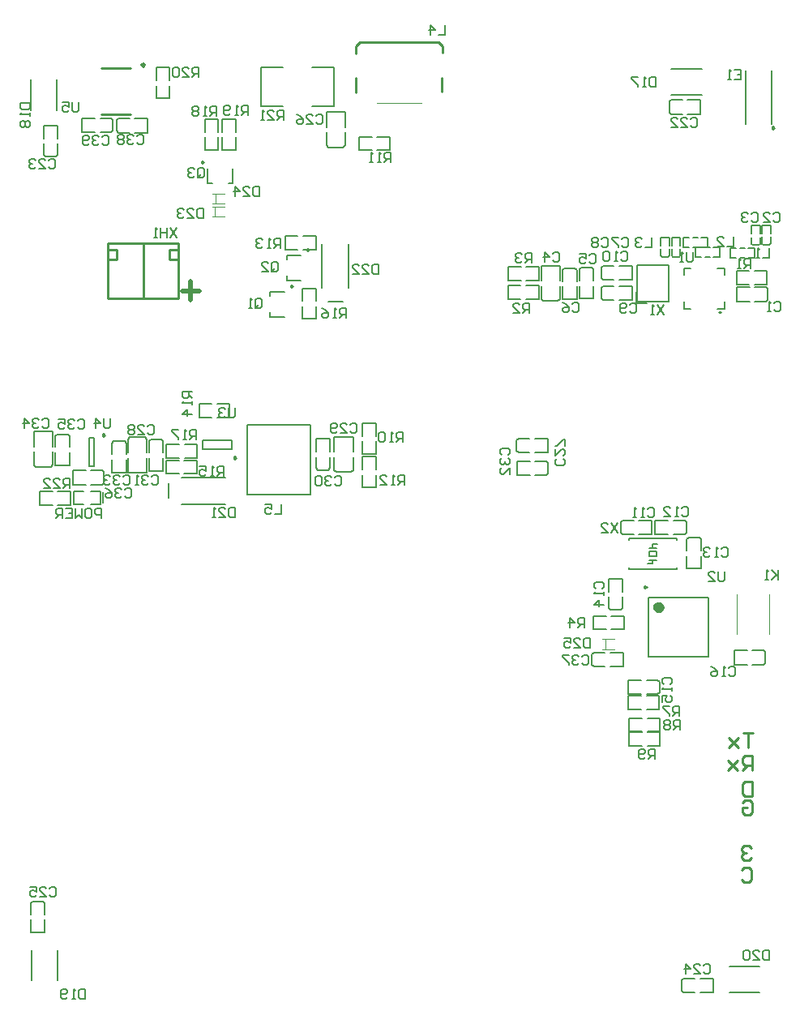
<source format=gbo>
G04*
G04 #@! TF.GenerationSoftware,Altium Limited,Altium Designer,20.1.8 (145)*
G04*
G04 Layer_Color=32896*
%FSLAX25Y25*%
%MOIN*%
G70*
G04*
G04 #@! TF.SameCoordinates,F81AAEC3-6A38-4882-98ED-ECA9077A9C2D*
G04*
G04*
G04 #@! TF.FilePolarity,Positive*
G04*
G01*
G75*
%ADD10C,0.00591*%
%ADD11C,0.00600*%
%ADD13C,0.00197*%
%ADD14C,0.01000*%
%ADD15C,0.00700*%
%ADD16R,0.00606X0.04724*%
%ADD45C,0.02000*%
%ADD91C,0.00800*%
%ADD123C,0.00984*%
%ADD124C,0.02362*%
%ADD125C,0.01181*%
%ADD126C,0.00787*%
%ADD127C,0.00394*%
%ADD128C,0.00965*%
D10*
X364401Y87215D02*
X376999D01*
X364401Y76585D02*
X376999D01*
X339500Y360500D02*
Y375500D01*
X326500D02*
X339500D01*
X326500Y360500D02*
Y375500D01*
Y360500D02*
X339500D01*
X340601Y445685D02*
X353199D01*
X340601Y456315D02*
X353199D01*
X381715Y433476D02*
Y455524D01*
X371085Y433476D02*
Y455524D01*
X77385Y81401D02*
Y93999D01*
X88015Y81401D02*
Y93999D01*
X87915Y439101D02*
Y451699D01*
X77285Y439101D02*
Y451699D01*
D11*
X334500Y255800D02*
Y257800D01*
X331500Y255800D02*
X334500D01*
X331500Y257800D02*
X334500D01*
X331000Y252800D02*
X331500D01*
X333000Y260800D02*
X335000D01*
X333000Y259300D02*
Y260800D01*
X331500Y252800D02*
X333000D01*
Y254300D01*
X331500D02*
X334500D01*
X331500Y259300D02*
X334500D01*
X331500Y255800D02*
Y257800D01*
X319754Y265400D02*
X320454Y264700D01*
X319754Y265400D02*
Y269800D01*
X320454Y270500D01*
X325054D01*
X327254D02*
X332554D01*
X327254Y264700D02*
X332554D01*
Y270500D01*
X320454Y264700D02*
X325054D01*
X315953Y231300D02*
X321153D01*
X315953Y225700D02*
X321153D01*
Y231300D01*
X308554Y225700D02*
Y231300D01*
X313754D01*
X308554Y225700D02*
X313754D01*
X308000Y211200D02*
X308700Y210500D01*
X308000Y211200D02*
Y215600D01*
X308700Y216300D01*
X313300D01*
X315500D02*
X320800D01*
X315500Y210500D02*
X320800D01*
Y216300D01*
X308700Y210500D02*
X313300D01*
X88253Y282600D02*
X93454D01*
X88253Y277000D02*
X93454D01*
Y282600D01*
X80853Y277000D02*
Y282600D01*
X86054D01*
X80853Y277000D02*
X86054D01*
X101975Y282500D02*
X105900D01*
X94900Y277100D02*
Y282500D01*
X105900Y277100D02*
Y282500D01*
X94900D02*
X98825D01*
X101975Y277100D02*
X105900D01*
X94900D02*
X98825D01*
X140300Y295300D02*
X145500D01*
X140300Y289700D02*
X145500D01*
Y295300D01*
X132900Y289700D02*
Y295300D01*
X138100D01*
X132900Y289700D02*
X138100D01*
X110600Y302346D02*
X111300Y303046D01*
X115700D01*
X116400Y302346D01*
Y297746D02*
Y302346D01*
Y290247D02*
Y295546D01*
X110600Y290247D02*
Y295546D01*
Y290247D02*
X116400D01*
X110600Y297746D02*
Y302346D01*
X117100Y290100D02*
X124900D01*
X117100D02*
Y296300D01*
X124900Y290100D02*
Y296300D01*
X117100Y298500D02*
Y303800D01*
X118000Y304700D01*
X124900Y298500D02*
Y303900D01*
X124100Y304700D02*
X124900Y303900D01*
X118000Y304700D02*
X124100D01*
X219200Y297847D02*
Y303046D01*
X213600Y297847D02*
Y303046D01*
Y297847D02*
X219200D01*
X213600Y310447D02*
X219200D01*
Y305246D02*
Y310447D01*
X213600Y305246D02*
Y310447D01*
X219100Y284100D02*
Y289300D01*
X213500Y284100D02*
Y289300D01*
Y284100D02*
X219100D01*
X213500Y296700D02*
X219100D01*
Y291500D02*
Y296700D01*
X213500Y291500D02*
Y296700D01*
X181800Y381800D02*
X187000D01*
X181800Y387400D02*
X187000D01*
X181800Y381800D02*
Y387400D01*
X194400Y381800D02*
Y387400D01*
X189200Y381800D02*
X194400D01*
X189200Y387400D02*
X194400D01*
X155800Y430300D02*
Y435500D01*
X161400Y430300D02*
Y435500D01*
X155800D02*
X161400D01*
X155800Y422900D02*
X161400D01*
X155800D02*
Y428100D01*
X161400Y422900D02*
Y428100D01*
X323000Y192800D02*
X328200D01*
X323000Y198400D02*
X328200D01*
X323000Y192800D02*
Y198400D01*
X335600Y192800D02*
Y198400D01*
X330400Y192800D02*
X335600D01*
X330400Y198400D02*
X335600D01*
X330700Y189300D02*
X335900D01*
X330700Y183700D02*
X335900D01*
Y189300D01*
X323300Y183700D02*
Y189300D01*
X328500D01*
X323300Y183700D02*
X328500D01*
X273453Y361600D02*
X278654D01*
X273453Y367200D02*
X278654D01*
X273453Y361600D02*
Y367200D01*
X286053Y361600D02*
Y367200D01*
X280854Y361600D02*
X286053D01*
X280854Y367200D02*
X286053D01*
X273553Y369300D02*
X278753D01*
X273553Y374900D02*
X278753D01*
X273553Y369300D02*
Y374900D01*
X286154Y369300D02*
Y374900D01*
X280954Y369300D02*
X286154D01*
X280954Y374900D02*
X286154D01*
X287100Y375300D02*
X294900D01*
Y369100D02*
Y375300D01*
X287100Y369100D02*
Y375300D01*
X294900Y361600D02*
Y366900D01*
X294000Y360700D02*
X294900Y361600D01*
X287100Y361500D02*
Y366900D01*
Y361500D02*
X287900Y360700D01*
X294000D01*
X295900Y373600D02*
X296600Y374300D01*
X301000D01*
X301700Y373600D01*
Y369000D02*
Y373600D01*
Y361500D02*
Y366800D01*
X295900Y361500D02*
Y366800D01*
Y361500D02*
X301700D01*
X295900Y369000D02*
Y373600D01*
X302700Y373800D02*
X303400Y374500D01*
X307800D01*
X308500Y373800D01*
Y369200D02*
Y373800D01*
Y361700D02*
Y367000D01*
X302700Y361700D02*
Y367000D01*
Y361700D02*
X308500D01*
X302700Y369200D02*
Y373800D01*
X311700Y370200D02*
X312400Y369500D01*
X311700Y370200D02*
Y374600D01*
X312400Y375300D01*
X317000D01*
X319200D02*
X324500D01*
X319200Y369500D02*
X324500D01*
Y375300D01*
X312400Y369500D02*
X317000D01*
X311700Y361800D02*
X312400Y361100D01*
X311700Y361800D02*
Y366200D01*
X312400Y366900D01*
X317000D01*
X319200D02*
X324500D01*
X319200Y361100D02*
X324500D01*
Y366900D01*
X312400Y361100D02*
X317000D01*
X379500Y366400D02*
X380200Y365700D01*
Y361300D02*
Y365700D01*
X379500Y360600D02*
X380200Y361300D01*
X374900Y360600D02*
X379500D01*
X367400D02*
X372700D01*
X367400Y366400D02*
X372700D01*
X367400Y360600D02*
Y366400D01*
X374900D02*
X379500D01*
X374800Y373200D02*
X380000D01*
X374800Y367600D02*
X380000D01*
Y373200D01*
X367400Y367600D02*
Y373200D01*
X372600D01*
X367400Y367600D02*
X372600D01*
X339300Y378968D02*
X339900Y379568D01*
Y382268D01*
X336300Y383668D02*
Y386968D01*
X339900Y383668D02*
Y386968D01*
X336300D02*
X339900D01*
X336300Y379468D02*
Y382268D01*
Y379468D02*
X336800Y378968D01*
X339300D01*
X343700D02*
X344300Y379568D01*
Y382268D01*
X340700Y383668D02*
Y386968D01*
X344300Y383668D02*
Y386968D01*
X340700D02*
X344300D01*
X340700Y379468D02*
Y382268D01*
Y379468D02*
X341200Y378968D01*
X343700D01*
X381000Y383800D02*
X381600Y384400D01*
Y387100D01*
X378000Y388500D02*
Y391800D01*
X381600Y388500D02*
Y391800D01*
X378000D02*
X381600D01*
X378000Y384300D02*
Y387100D01*
Y384300D02*
X378500Y383800D01*
X381000D01*
X128700Y451546D02*
Y456746D01*
X134300Y451546D02*
Y456746D01*
X128700D02*
X134300D01*
X128700Y444146D02*
X134300D01*
X128700D02*
Y449346D01*
X134300Y444146D02*
Y449346D01*
X376600Y383700D02*
X377200Y384300D01*
Y387000D01*
X373600Y388400D02*
Y391700D01*
X377200Y388400D02*
Y391700D01*
X373600D02*
X377200D01*
X373600Y384200D02*
Y387000D01*
Y384200D02*
X374100Y383700D01*
X376600D01*
X87300Y305300D02*
X88000Y306000D01*
X92400D01*
X93100Y305300D01*
Y300700D02*
Y305300D01*
Y293200D02*
Y298500D01*
X87300Y293200D02*
Y298500D01*
Y293200D02*
X93100D01*
X87300Y300700D02*
Y305300D01*
X78500Y307100D02*
X86300D01*
Y300900D02*
Y307100D01*
X78500Y300900D02*
Y307100D01*
X86300Y293400D02*
Y298700D01*
X85400Y292500D02*
X86300Y293400D01*
X78500Y293300D02*
Y298700D01*
Y293300D02*
X79300Y292500D01*
X85400D01*
X212200Y422700D02*
X217400D01*
X212200Y428300D02*
X217400D01*
X212200Y422700D02*
Y428300D01*
X224800Y422700D02*
Y428300D01*
X219600Y422700D02*
X224800D01*
X219600Y428300D02*
X224800D01*
X198700Y438500D02*
X206500D01*
Y432300D02*
Y438500D01*
X198700Y432300D02*
Y438500D01*
X206500Y424800D02*
Y430100D01*
X205600Y423900D02*
X206500Y424800D01*
X198700Y424700D02*
Y430100D01*
Y424700D02*
X199500Y423900D01*
X205600D01*
X330700Y183500D02*
X335900D01*
X330700Y177900D02*
X335900D01*
Y183500D01*
X323300Y177900D02*
Y183500D01*
X328500D01*
X323300Y177900D02*
X328500D01*
X105700Y436000D02*
X110300D01*
X98200Y430200D02*
Y436000D01*
X103500D01*
X98200Y430200D02*
X103500D01*
X105700D02*
X110300D01*
X111000Y430900D01*
Y435300D01*
X110300Y436000D02*
X111000Y435300D01*
X113100Y430000D02*
X117700D01*
X125200D02*
Y435800D01*
X119900Y430000D02*
X125200D01*
X119900Y435800D02*
X125200D01*
X113100D02*
X117700D01*
X112400Y435100D02*
X113100Y435800D01*
X112400Y430700D02*
Y435100D01*
Y430700D02*
X113100Y430000D01*
X125800Y298500D02*
Y303100D01*
Y291000D02*
X131600D01*
X125800D02*
Y296300D01*
X131600Y291000D02*
Y296300D01*
Y298500D02*
Y303100D01*
X130900Y303800D02*
X131600Y303100D01*
X126500Y303800D02*
X130900D01*
X125800Y303100D02*
X126500Y303800D01*
X200200Y292046D02*
Y296647D01*
X194400Y304147D02*
X200200D01*
Y298847D02*
Y304147D01*
X194400Y298847D02*
Y304147D01*
Y292046D02*
Y296647D01*
Y292046D02*
X195100Y291347D01*
X199500D01*
X200200Y292046D01*
X202800Y290400D02*
X208900D01*
X202000Y291200D02*
X202800Y290400D01*
X202000Y291200D02*
Y296600D01*
X208900Y290400D02*
X209800Y291300D01*
Y296600D01*
X202000Y298800D02*
Y305000D01*
X209800Y298800D02*
Y305000D01*
X202000D02*
X209800D01*
X146400Y313000D02*
X151600D01*
X146400Y318600D02*
X151600D01*
X146400Y313000D02*
Y318600D01*
X159000Y313000D02*
Y318600D01*
X153800Y313000D02*
X159000D01*
X153800Y318600D02*
X159000D01*
X140400Y301800D02*
X145600D01*
X140400Y296200D02*
X145600D01*
Y301800D01*
X133000Y296200D02*
Y301800D01*
X138200D01*
X133000Y296200D02*
X138200D01*
X188800Y360800D02*
Y366000D01*
X194400Y360800D02*
Y366000D01*
X188800D02*
X194400D01*
X188800Y353400D02*
X194400D01*
X188800D02*
Y358600D01*
X194400Y353400D02*
Y358600D01*
X154300Y422900D02*
Y428100D01*
X148700Y422900D02*
Y428100D01*
Y422900D02*
X154300D01*
X148700Y435500D02*
X154300D01*
Y430300D02*
Y435500D01*
X148700Y430300D02*
Y435500D01*
X101900Y291100D02*
X106500D01*
X94400Y285300D02*
Y291100D01*
X99700D01*
X94400Y285300D02*
X99700D01*
X101900D02*
X106500D01*
X107200Y286000D01*
Y290400D01*
X106500Y291100D02*
X107200Y290400D01*
X284600Y294900D02*
X289200D01*
X277100Y289100D02*
Y294900D01*
X282400D01*
X277100Y289100D02*
X282400D01*
X284600D02*
X289200D01*
X289900Y289800D01*
Y294200D01*
X289200Y294900D02*
X289900Y294200D01*
X277700Y298400D02*
X282300D01*
X289800D02*
Y304200D01*
X284500Y298400D02*
X289800D01*
X284500Y304200D02*
X289800D01*
X277700D02*
X282300D01*
X277000Y303500D02*
X277700Y304200D01*
X277000Y299100D02*
Y303500D01*
Y299100D02*
X277700Y298400D01*
X340500Y437600D02*
X345100D01*
X352600D02*
Y443400D01*
X347300Y437600D02*
X352600D01*
X347300Y443400D02*
X352600D01*
X340500D02*
X345100D01*
X339800Y442700D02*
X340500Y443400D01*
X339800Y438300D02*
Y442700D01*
Y438300D02*
X340500Y437600D01*
X88200Y420800D02*
Y425400D01*
X82400Y432900D02*
X88200D01*
Y427600D02*
Y432900D01*
X82400Y427600D02*
Y432900D01*
Y420800D02*
Y425400D01*
Y420800D02*
X83100Y420100D01*
X87500D01*
X88200Y420800D01*
X77100Y108600D02*
Y113200D01*
Y101100D02*
X82900D01*
X77100D02*
Y106400D01*
X82900Y101100D02*
Y106400D01*
Y108600D02*
Y113200D01*
X82200Y113900D02*
X82900Y113200D01*
X77800Y113900D02*
X82200D01*
X77100Y113200D02*
X77800Y113900D01*
X345654Y76400D02*
X350254D01*
X357753D02*
Y82200D01*
X352454Y76400D02*
X357753D01*
X352454Y82200D02*
X357753D01*
X345654D02*
X350254D01*
X344953Y81500D02*
X345654Y82200D01*
X344953Y77100D02*
Y81500D01*
Y77100D02*
X345654Y76400D01*
X374000Y217100D02*
X378600D01*
X366500Y211300D02*
Y217100D01*
X371800D01*
X366500Y211300D02*
X371800D01*
X374000D02*
X378600D01*
X379300Y212000D01*
Y216400D01*
X378600Y217100D02*
X379300Y216400D01*
X347000Y258200D02*
Y262800D01*
Y250700D02*
X352800D01*
X347000D02*
Y256000D01*
X352800Y250700D02*
Y256000D01*
Y258200D02*
Y262800D01*
X352100Y263500D02*
X352800Y262800D01*
X347700Y263500D02*
X352100D01*
X347000Y262800D02*
X347700Y263500D01*
X341446Y270500D02*
X346046D01*
X333946Y264700D02*
Y270500D01*
X339246D01*
X333946Y264700D02*
X339246D01*
X341446D02*
X346046D01*
X346746Y265400D01*
Y269800D01*
X346046Y270500D02*
X346746Y269800D01*
X320500Y234546D02*
Y239147D01*
X314700Y246646D02*
X320500D01*
Y241347D02*
Y246646D01*
X314700Y241347D02*
Y246646D01*
Y234546D02*
Y239147D01*
Y234546D02*
X315400Y233846D01*
X319800D01*
X320500Y234546D01*
X330400Y204900D02*
X335000D01*
X322900Y199100D02*
Y204900D01*
X328200D01*
X322900Y199100D02*
X328200D01*
X330400D02*
X335000D01*
X335700Y199800D01*
Y204200D01*
X335000Y204900D02*
X335700Y204200D01*
D13*
X312182Y217633D02*
X317300D01*
X312182Y221767D02*
X317300D01*
X313363Y217633D02*
Y221767D01*
X151882Y400733D02*
X157000D01*
X151882Y404867D02*
X157000D01*
X153063Y400733D02*
Y404867D01*
X151782Y395433D02*
X156900D01*
X151782Y399567D02*
X156900D01*
X152963Y395433D02*
Y399567D01*
D14*
X134321Y381796D02*
X137967D01*
Y361914D02*
Y384552D01*
X108833Y361914D02*
X137967D01*
X108833Y384552D02*
X137967D01*
X108833Y361914D02*
Y384552D01*
X134321Y377859D02*
Y381796D01*
Y377859D02*
X137967D01*
X108833D02*
X112479D01*
Y381796D01*
X108833D02*
X112479D01*
X123400Y361914D02*
Y384552D01*
X210991Y465668D02*
X212460Y467136D01*
X244956D02*
X246424Y465668D01*
X212460Y467136D02*
X244956D01*
X106095Y456549D02*
X118299D01*
X106095Y437651D02*
X118299D01*
X369801Y154398D02*
X370801Y155398D01*
X372800D01*
X373800Y154398D01*
Y150400D01*
X372800Y149400D01*
X370801D01*
X369801Y150400D01*
Y152399D01*
X371801D01*
X373400Y135998D02*
X372400Y136998D01*
X370401D01*
X369401Y135998D01*
Y134999D01*
X370401Y133999D01*
X371401D01*
X370401D01*
X369401Y132999D01*
Y132000D01*
X370401Y131000D01*
X372400D01*
X373400Y132000D01*
X373800Y163298D02*
Y157300D01*
X370801D01*
X369801Y158300D01*
Y162298D01*
X370801Y163298D01*
X373800D01*
X369601Y126998D02*
X370601Y127998D01*
X372600D01*
X373600Y126998D01*
Y123000D01*
X372600Y122000D01*
X370601D01*
X369601Y123000D01*
X373900Y167800D02*
Y173798D01*
X370901D01*
X369901Y172798D01*
Y170799D01*
X370901Y169799D01*
X373900D01*
X371901D02*
X369901Y167800D01*
X367902Y171799D02*
X363903Y167800D01*
X365903Y169799D01*
X363903Y171799D01*
X367902Y167800D01*
X374200Y183198D02*
X370201D01*
X372201D01*
Y177200D01*
X368202Y181199D02*
X364203Y177200D01*
X366203Y179199D01*
X364203Y181199D01*
X368202Y177200D01*
D15*
X359665Y357683D02*
X362428D01*
Y360447D01*
X345846Y357683D02*
X348609D01*
X345846D02*
Y360447D01*
Y371502D02*
Y374265D01*
X348609D01*
X362428Y371502D02*
Y374265D01*
X359665D02*
X362428D01*
X349666Y380799D02*
Y377467D01*
X348999Y376801D01*
X347666D01*
X347000Y377467D01*
Y380799D01*
X345667Y376801D02*
X344334D01*
X345001D01*
Y380799D01*
X345667Y380133D01*
X84766Y119233D02*
X85432Y119899D01*
X86765D01*
X87432Y119233D01*
Y116567D01*
X86765Y115901D01*
X85432D01*
X84766Y116567D01*
X80767Y115901D02*
X83433D01*
X80767Y118567D01*
Y119233D01*
X81434Y119899D01*
X82766D01*
X83433Y119233D01*
X76768Y119899D02*
X79434D01*
Y117900D01*
X78101Y118567D01*
X77435D01*
X76768Y117900D01*
Y116567D01*
X77435Y115901D01*
X78768D01*
X79434Y116567D01*
X353766Y87533D02*
X354432Y88199D01*
X355765D01*
X356432Y87533D01*
Y84867D01*
X355765Y84201D01*
X354432D01*
X353766Y84867D01*
X349767Y84201D02*
X352433D01*
X349767Y86866D01*
Y87533D01*
X350434Y88199D01*
X351766D01*
X352433Y87533D01*
X346435Y84201D02*
Y88199D01*
X348434Y86200D01*
X345768D01*
X84666Y418433D02*
X85332Y419099D01*
X86665D01*
X87332Y418433D01*
Y415767D01*
X86665Y415101D01*
X85332D01*
X84666Y415767D01*
X80667Y415101D02*
X83333D01*
X80667Y417766D01*
Y418433D01*
X81334Y419099D01*
X82666D01*
X83333Y418433D01*
X79334D02*
X78668Y419099D01*
X77335D01*
X76668Y418433D01*
Y417766D01*
X77335Y417100D01*
X78001D01*
X77335D01*
X76668Y416434D01*
Y415767D01*
X77335Y415101D01*
X78668D01*
X79334Y415767D01*
X348466Y435433D02*
X349132Y436099D01*
X350465D01*
X351132Y435433D01*
Y432767D01*
X350465Y432101D01*
X349132D01*
X348466Y432767D01*
X344467Y432101D02*
X347133D01*
X344467Y434766D01*
Y435433D01*
X345134Y436099D01*
X346466D01*
X347133Y435433D01*
X340468Y432101D02*
X343134D01*
X340468Y434766D01*
Y435433D01*
X341135Y436099D01*
X342468D01*
X343134Y435433D01*
X318432Y269599D02*
X315766Y265601D01*
Y269599D02*
X318432Y265601D01*
X311768D02*
X314434D01*
X311768Y268266D01*
Y268933D01*
X312434Y269599D01*
X313767D01*
X314434Y268933D01*
X181165Y435201D02*
Y439199D01*
X179166D01*
X178499Y438533D01*
Y437200D01*
X179166Y436534D01*
X181165D01*
X179832D02*
X178499Y435201D01*
X174501D02*
X177166D01*
X174501Y437866D01*
Y438533D01*
X175167Y439199D01*
X176500D01*
X177166Y438533D01*
X173168Y435201D02*
X171835D01*
X172501D01*
Y439199D01*
X173168Y438533D01*
X145966Y412267D02*
Y414933D01*
X146633Y415599D01*
X147966D01*
X148632Y414933D01*
Y412267D01*
X147966Y411601D01*
X146633D01*
X147299Y412934D02*
X145966Y411601D01*
X146633D02*
X145966Y412267D01*
X144633Y414933D02*
X143967Y415599D01*
X142634D01*
X141968Y414933D01*
Y414266D01*
X142634Y413600D01*
X143301D01*
X142634D01*
X141968Y412934D01*
Y412267D01*
X142634Y411601D01*
X143967D01*
X144633Y412267D01*
X176166Y373567D02*
Y376233D01*
X176833Y376899D01*
X178166D01*
X178832Y376233D01*
Y373567D01*
X178166Y372901D01*
X176833D01*
X177499Y374234D02*
X176166Y372901D01*
X176833D02*
X176166Y373567D01*
X172168Y372901D02*
X174834D01*
X172168Y375566D01*
Y376233D01*
X172834Y376899D01*
X174167D01*
X174834Y376233D01*
X169400Y358367D02*
Y361033D01*
X170066Y361699D01*
X171399D01*
X172066Y361033D01*
Y358367D01*
X171399Y357701D01*
X170066D01*
X170733Y359034D02*
X169400Y357701D01*
X170066D02*
X169400Y358367D01*
X168067Y357701D02*
X166734D01*
X167401D01*
Y361699D01*
X168067Y361033D01*
X247400Y474299D02*
Y470300D01*
X244734D01*
X241402D02*
Y474299D01*
X243401Y472299D01*
X240736D01*
X180132Y277199D02*
Y273201D01*
X177466D01*
X173468Y277199D02*
X176134D01*
Y275200D01*
X174801Y275866D01*
X174134D01*
X173468Y275200D01*
Y273867D01*
X174134Y273201D01*
X175467D01*
X176134Y273867D01*
X366500Y455699D02*
X369166D01*
Y451701D01*
X366500D01*
X369166Y453700D02*
X367833D01*
X365167Y451701D02*
X363834D01*
X364501D01*
Y455699D01*
X365167Y455033D01*
X137065Y390699D02*
X134399Y386701D01*
Y390699D02*
X137065Y386701D01*
X133066Y390699D02*
Y386701D01*
Y388700D01*
X130401D01*
Y390699D01*
Y386701D01*
X129068D02*
X127735D01*
X128401D01*
Y390699D01*
X129068Y390033D01*
X337366Y359199D02*
X334700Y355201D01*
Y359199D02*
X337366Y355201D01*
X333367D02*
X332034D01*
X332701D01*
Y359199D01*
X333367Y358533D01*
X96932Y442599D02*
Y439267D01*
X96266Y438601D01*
X94933D01*
X94266Y439267D01*
Y442599D01*
X90268D02*
X92933D01*
Y440600D01*
X91601Y441266D01*
X90934D01*
X90268Y440600D01*
Y439267D01*
X90934Y438601D01*
X92267D01*
X92933Y439267D01*
X109932Y312399D02*
Y309067D01*
X109266Y308401D01*
X107933D01*
X107266Y309067D01*
Y312399D01*
X103934Y308401D02*
Y312399D01*
X105933Y310400D01*
X103268D01*
X161300Y316899D02*
Y313566D01*
X160634Y312900D01*
X159301D01*
X158634Y313566D01*
Y316899D01*
X157301Y316232D02*
X156635Y316899D01*
X155302D01*
X154636Y316232D01*
Y315566D01*
X155302Y314899D01*
X155968D01*
X155302D01*
X154636Y314233D01*
Y313566D01*
X155302Y312900D01*
X156635D01*
X157301Y313566D01*
X362532Y249499D02*
Y246167D01*
X361866Y245501D01*
X360533D01*
X359866Y246167D01*
Y249499D01*
X355868Y245501D02*
X358534D01*
X355868Y248166D01*
Y248833D01*
X356534Y249499D01*
X357867D01*
X358534Y248833D01*
X106230Y271401D02*
Y275399D01*
X104231D01*
X103565Y274733D01*
Y273400D01*
X104231Y272734D01*
X106230D01*
X100232Y275399D02*
X101565D01*
X102232Y274733D01*
Y272067D01*
X101565Y271401D01*
X100232D01*
X99566Y272067D01*
Y274733D01*
X100232Y275399D01*
X98233D02*
Y271401D01*
X96900Y272734D01*
X95567Y271401D01*
Y275399D01*
X91568D02*
X94234D01*
Y271401D01*
X91568D01*
X94234Y273400D02*
X92901D01*
X90236Y271401D02*
Y275399D01*
X88236D01*
X87570Y274733D01*
Y273400D01*
X88236Y272734D01*
X90236D01*
X88903D02*
X87570Y271401D01*
X166598Y437101D02*
Y441099D01*
X164599D01*
X163933Y440433D01*
Y439100D01*
X164599Y438434D01*
X166598D01*
X165266D02*
X163933Y437101D01*
X162600D02*
X161267D01*
X161933D01*
Y441099D01*
X162600Y440433D01*
X159267Y437767D02*
X158601Y437101D01*
X157268D01*
X156602Y437767D01*
Y440433D01*
X157268Y441099D01*
X158601D01*
X159267Y440433D01*
Y439766D01*
X158601Y439100D01*
X156602D01*
X153398Y436801D02*
Y440799D01*
X151399D01*
X150733Y440133D01*
Y438800D01*
X151399Y438134D01*
X153398D01*
X152066D02*
X150733Y436801D01*
X149400D02*
X148067D01*
X148733D01*
Y440799D01*
X149400Y440133D01*
X146067D02*
X145401Y440799D01*
X144068D01*
X143402Y440133D01*
Y439466D01*
X144068Y438800D01*
X143402Y438134D01*
Y437467D01*
X144068Y436801D01*
X145401D01*
X146067Y437467D01*
Y438134D01*
X145401Y438800D01*
X146067Y439466D01*
Y440133D01*
X145401Y438800D02*
X144068D01*
X206898Y353801D02*
Y357799D01*
X204899D01*
X204233Y357133D01*
Y355800D01*
X204899Y355134D01*
X206898D01*
X205566D02*
X204233Y353801D01*
X202900D02*
X201567D01*
X202233D01*
Y357799D01*
X202900Y357133D01*
X196902Y357799D02*
X198234Y357133D01*
X199567Y355800D01*
Y354467D01*
X198901Y353801D01*
X197568D01*
X196902Y354467D01*
Y355134D01*
X197568Y355800D01*
X199567D01*
X225332Y417801D02*
Y421799D01*
X223333D01*
X222666Y421133D01*
Y419800D01*
X223333Y419134D01*
X225332D01*
X223999D02*
X222666Y417801D01*
X221333D02*
X220000D01*
X220667D01*
Y421799D01*
X221333Y421133D01*
X218001Y417801D02*
X216668D01*
X217335D01*
Y421799D01*
X218001Y421133D01*
X146232Y452701D02*
Y456699D01*
X144232D01*
X143566Y456033D01*
Y454700D01*
X144232Y454034D01*
X146232D01*
X144899D02*
X143566Y452701D01*
X139567D02*
X142233D01*
X139567Y455366D01*
Y456033D01*
X140234Y456699D01*
X141567D01*
X142233Y456033D01*
X138234D02*
X137568Y456699D01*
X136235D01*
X135568Y456033D01*
Y453367D01*
X136235Y452701D01*
X137568D01*
X138234Y453367D01*
Y456033D01*
X179698Y382501D02*
Y386499D01*
X177699D01*
X177033Y385833D01*
Y384500D01*
X177699Y383834D01*
X179698D01*
X178366D02*
X177033Y382501D01*
X175700D02*
X174367D01*
X175033D01*
Y386499D01*
X175700Y385833D01*
X172367D02*
X171701Y386499D01*
X170368D01*
X169702Y385833D01*
Y385166D01*
X170368Y384500D01*
X171035D01*
X170368D01*
X169702Y383834D01*
Y383167D01*
X170368Y382501D01*
X171701D01*
X172367Y383167D01*
X333832Y172601D02*
Y176599D01*
X331833D01*
X331166Y175933D01*
Y174600D01*
X331833Y173933D01*
X333832D01*
X332499D02*
X331166Y172601D01*
X329834Y173267D02*
X329167Y172601D01*
X327834D01*
X327168Y173267D01*
Y175933D01*
X327834Y176599D01*
X329167D01*
X329834Y175933D01*
Y175267D01*
X329167Y174600D01*
X327168D01*
X344332Y184401D02*
Y188399D01*
X342333D01*
X341666Y187733D01*
Y186400D01*
X342333Y185733D01*
X344332D01*
X342999D02*
X341666Y184401D01*
X340334Y187733D02*
X339667Y188399D01*
X338334D01*
X337668Y187733D01*
Y187066D01*
X338334Y186400D01*
X337668Y185733D01*
Y185067D01*
X338334Y184401D01*
X339667D01*
X340334Y185067D01*
Y185733D01*
X339667Y186400D01*
X340334Y187066D01*
Y187733D01*
X339667Y186400D02*
X338334D01*
X343732Y190301D02*
Y194299D01*
X341733D01*
X341066Y193633D01*
Y192300D01*
X341733Y191633D01*
X343732D01*
X342399D02*
X341066Y190301D01*
X339734Y194299D02*
X337068D01*
Y193633D01*
X339734Y190967D01*
Y190301D01*
X145298Y303801D02*
Y307799D01*
X143299D01*
X142633Y307133D01*
Y305800D01*
X143299Y305134D01*
X145298D01*
X143965D02*
X142633Y303801D01*
X141300D02*
X139967D01*
X140633D01*
Y307799D01*
X141300Y307133D01*
X137967Y307799D02*
X135302D01*
Y307133D01*
X137967Y304467D01*
Y303801D01*
X93132Y283901D02*
Y287899D01*
X91132D01*
X90466Y287233D01*
Y285900D01*
X91132Y285234D01*
X93132D01*
X91799D02*
X90466Y283901D01*
X86467D02*
X89133D01*
X86467Y286566D01*
Y287233D01*
X87134Y287899D01*
X88466D01*
X89133Y287233D01*
X82468Y283901D02*
X85134D01*
X82468Y286566D01*
Y287233D01*
X83135Y287899D01*
X84468D01*
X85134Y287233D01*
X143434Y323395D02*
X139435D01*
Y321396D01*
X140102Y320729D01*
X141435D01*
X142101Y321396D01*
Y323395D01*
Y322062D02*
X143434Y320729D01*
Y319396D02*
Y318064D01*
Y318730D01*
X139435D01*
X140102Y319396D01*
X143434Y314065D02*
X139435D01*
X141435Y316064D01*
Y313398D01*
X156398Y288801D02*
Y292799D01*
X154399D01*
X153733Y292133D01*
Y290800D01*
X154399Y290134D01*
X156398D01*
X155066D02*
X153733Y288801D01*
X152400D02*
X151067D01*
X151733D01*
Y292799D01*
X152400Y292133D01*
X146402Y292799D02*
X149067D01*
Y290800D01*
X147734Y291466D01*
X147068D01*
X146402Y290800D01*
Y289467D01*
X147068Y288801D01*
X148401D01*
X149067Y289467D01*
X230798Y285301D02*
Y289299D01*
X228799D01*
X228133Y288633D01*
Y287300D01*
X228799Y286634D01*
X230798D01*
X229466D02*
X228133Y285301D01*
X226800D02*
X225467D01*
X226133D01*
Y289299D01*
X226800Y288633D01*
X220802Y285301D02*
X223467D01*
X220802Y287966D01*
Y288633D01*
X221468Y289299D01*
X222801D01*
X223467Y288633D01*
X230098Y302801D02*
Y306799D01*
X228099D01*
X227433Y306133D01*
Y304800D01*
X228099Y304134D01*
X230098D01*
X228766D02*
X227433Y302801D01*
X226100D02*
X224767D01*
X225433D01*
Y306799D01*
X226100Y306133D01*
X222767D02*
X222101Y306799D01*
X220768D01*
X220102Y306133D01*
Y303467D01*
X220768Y302801D01*
X222101D01*
X222767Y303467D01*
Y306133D01*
X304832Y226401D02*
Y230399D01*
X302833D01*
X302166Y229733D01*
Y228400D01*
X302833Y227734D01*
X304832D01*
X303499D02*
X302166Y226401D01*
X298834D02*
Y230399D01*
X300834Y228400D01*
X298168D01*
X283032Y376401D02*
Y380399D01*
X281033D01*
X280366Y379733D01*
Y378400D01*
X281033Y377734D01*
X283032D01*
X281699D02*
X280366Y376401D01*
X279033Y379733D02*
X278367Y380399D01*
X277034D01*
X276368Y379733D01*
Y379066D01*
X277034Y378400D01*
X277701D01*
X277034D01*
X276368Y377734D01*
Y377067D01*
X277034Y376401D01*
X278367D01*
X279033Y377067D01*
X282032Y356001D02*
Y359999D01*
X280033D01*
X279366Y359333D01*
Y358000D01*
X280033Y357334D01*
X282032D01*
X280699D02*
X279366Y356001D01*
X275368D02*
X278033D01*
X275368Y358666D01*
Y359333D01*
X276034Y359999D01*
X277367D01*
X278033Y359333D01*
X373066Y374101D02*
Y378099D01*
X371066D01*
X370400Y377433D01*
Y376100D01*
X371066Y375434D01*
X373066D01*
X371733D02*
X370400Y374101D01*
X369067D02*
X367734D01*
X368401D01*
Y378099D01*
X369067Y377433D01*
X332432Y386699D02*
Y382701D01*
X329766D01*
X328433Y386033D02*
X327767Y386699D01*
X326434D01*
X325768Y386033D01*
Y385366D01*
X326434Y384700D01*
X327101D01*
X326434D01*
X325768Y384034D01*
Y383367D01*
X326434Y382701D01*
X327767D01*
X328433Y383367D01*
X366032Y387099D02*
Y383101D01*
X363366D01*
X359368D02*
X362034D01*
X359368Y385766D01*
Y386433D01*
X360034Y387099D01*
X361367D01*
X362034Y386433D01*
X380966Y382499D02*
Y378501D01*
X378300D01*
X376967D02*
X375634D01*
X376301D01*
Y382499D01*
X376967Y381833D01*
X384566Y250199D02*
Y246201D01*
Y247534D01*
X381900Y250199D01*
X383899Y248200D01*
X381900Y246201D01*
X380567D02*
X379234D01*
X379901D01*
Y250199D01*
X380567Y249533D01*
X171032Y407999D02*
Y404001D01*
X169032D01*
X168366Y404667D01*
Y407333D01*
X169032Y407999D01*
X171032D01*
X164367Y404001D02*
X167033D01*
X164367Y406666D01*
Y407333D01*
X165033Y407999D01*
X166367D01*
X167033Y407333D01*
X161035Y404001D02*
Y407999D01*
X163034Y406000D01*
X160368D01*
X148132Y398899D02*
Y394901D01*
X146132D01*
X145466Y395567D01*
Y398233D01*
X146132Y398899D01*
X148132D01*
X141467Y394901D02*
X144133D01*
X141467Y397566D01*
Y398233D01*
X142133Y398899D01*
X143466D01*
X144133Y398233D01*
X140134D02*
X139468Y398899D01*
X138135D01*
X137468Y398233D01*
Y397566D01*
X138135Y396900D01*
X138801D01*
X138135D01*
X137468Y396234D01*
Y395567D01*
X138135Y394901D01*
X139468D01*
X140134Y395567D01*
X220132Y375899D02*
Y371901D01*
X218132D01*
X217466Y372567D01*
Y375233D01*
X218132Y375899D01*
X220132D01*
X213467Y371901D02*
X216133D01*
X213467Y374566D01*
Y375233D01*
X214134Y375899D01*
X215466D01*
X216133Y375233D01*
X209468Y371901D02*
X212134D01*
X209468Y374566D01*
Y375233D01*
X210135Y375899D01*
X211468D01*
X212134Y375233D01*
X307232Y222199D02*
Y218201D01*
X305232D01*
X304566Y218867D01*
Y221533D01*
X305232Y222199D01*
X307232D01*
X300567Y218201D02*
X303233D01*
X300567Y220866D01*
Y221533D01*
X301234Y222199D01*
X302566D01*
X303233Y221533D01*
X296568Y222199D02*
X299234D01*
Y220200D01*
X297901Y220866D01*
X297235D01*
X296568Y220200D01*
Y218867D01*
X297235Y218201D01*
X298568D01*
X299234Y218867D01*
X161265Y275799D02*
Y271801D01*
X159266D01*
X158599Y272467D01*
Y275133D01*
X159266Y275799D01*
X161265D01*
X154601Y271801D02*
X157266D01*
X154601Y274466D01*
Y275133D01*
X155267Y275799D01*
X156600D01*
X157266Y275133D01*
X153268Y271801D02*
X151935D01*
X152601D01*
Y275799D01*
X153268Y275133D01*
X380932Y93699D02*
Y89701D01*
X378932D01*
X378266Y90367D01*
Y93033D01*
X378932Y93699D01*
X380932D01*
X374267Y89701D02*
X376933D01*
X374267Y92366D01*
Y93033D01*
X374934Y93699D01*
X376266D01*
X376933Y93033D01*
X372934D02*
X372268Y93699D01*
X370935D01*
X370268Y93033D01*
Y90367D01*
X370935Y89701D01*
X372268D01*
X372934Y90367D01*
Y93033D01*
X99598Y77899D02*
Y73901D01*
X97599D01*
X96933Y74567D01*
Y77233D01*
X97599Y77899D01*
X99598D01*
X95600Y73901D02*
X94267D01*
X94933D01*
Y77899D01*
X95600Y77233D01*
X92267Y74567D02*
X91601Y73901D01*
X90268D01*
X89602Y74567D01*
Y77233D01*
X90268Y77899D01*
X91601D01*
X92267Y77233D01*
Y76566D01*
X91601Y75900D01*
X89602D01*
X72701Y442198D02*
X76699D01*
Y440199D01*
X76033Y439533D01*
X73367D01*
X72701Y440199D01*
Y442198D01*
X76699Y438200D02*
Y436867D01*
Y437533D01*
X72701D01*
X73367Y438200D01*
Y434867D02*
X72701Y434201D01*
Y432868D01*
X73367Y432202D01*
X74034D01*
X74700Y432868D01*
X75366Y432202D01*
X76033D01*
X76699Y432868D01*
Y434201D01*
X76033Y434867D01*
X75366D01*
X74700Y434201D01*
X74034Y434867D01*
X73367D01*
X74700Y434201D02*
Y432868D01*
X334298Y452899D02*
Y448901D01*
X332299D01*
X331633Y449567D01*
Y452233D01*
X332299Y452899D01*
X334298D01*
X330300Y448901D02*
X328967D01*
X329633D01*
Y452899D01*
X330300Y452233D01*
X326967Y452899D02*
X324302D01*
Y452233D01*
X326967Y449567D01*
Y448901D01*
X106366Y428033D02*
X107032Y428699D01*
X108365D01*
X109032Y428033D01*
Y425367D01*
X108365Y424701D01*
X107032D01*
X106366Y425367D01*
X105033Y428033D02*
X104367Y428699D01*
X103033D01*
X102367Y428033D01*
Y427366D01*
X103033Y426700D01*
X103700D01*
X103033D01*
X102367Y426034D01*
Y425367D01*
X103033Y424701D01*
X104367D01*
X105033Y425367D01*
X101034D02*
X100368Y424701D01*
X99035D01*
X98368Y425367D01*
Y428033D01*
X99035Y428699D01*
X100368D01*
X101034Y428033D01*
Y427366D01*
X100368Y426700D01*
X98368D01*
X303766Y214533D02*
X304432Y215199D01*
X305765D01*
X306432Y214533D01*
Y211867D01*
X305765Y211201D01*
X304432D01*
X303766Y211867D01*
X302433Y214533D02*
X301766Y215199D01*
X300434D01*
X299767Y214533D01*
Y213866D01*
X300434Y213200D01*
X301100D01*
X300434D01*
X299767Y212534D01*
Y211867D01*
X300434Y211201D01*
X301766D01*
X302433Y211867D01*
X298434Y215199D02*
X295768D01*
Y214533D01*
X298434Y211867D01*
Y211201D01*
X120866Y428533D02*
X121532Y429199D01*
X122865D01*
X123532Y428533D01*
Y425867D01*
X122865Y425201D01*
X121532D01*
X120866Y425867D01*
X119533Y428533D02*
X118867Y429199D01*
X117534D01*
X116867Y428533D01*
Y427866D01*
X117534Y427200D01*
X118200D01*
X117534D01*
X116867Y426534D01*
Y425867D01*
X117534Y425201D01*
X118867D01*
X119533Y425867D01*
X115534Y428533D02*
X114868Y429199D01*
X113535D01*
X112868Y428533D01*
Y427866D01*
X113535Y427200D01*
X112868Y426534D01*
Y425867D01*
X113535Y425201D01*
X114868D01*
X115534Y425867D01*
Y426534D01*
X114868Y427200D01*
X115534Y427866D01*
Y428533D01*
X114868Y427200D02*
X113535D01*
X115966Y283333D02*
X116632Y283999D01*
X117965D01*
X118632Y283333D01*
Y280667D01*
X117965Y280001D01*
X116632D01*
X115966Y280667D01*
X114633Y283333D02*
X113967Y283999D01*
X112634D01*
X111967Y283333D01*
Y282666D01*
X112634Y282000D01*
X113300D01*
X112634D01*
X111967Y281334D01*
Y280667D01*
X112634Y280001D01*
X113967D01*
X114633Y280667D01*
X107968Y283999D02*
X109301Y283333D01*
X110634Y282000D01*
Y280667D01*
X109968Y280001D01*
X108635D01*
X107968Y280667D01*
Y281334D01*
X108635Y282000D01*
X110634D01*
X96466Y311433D02*
X97132Y312099D01*
X98465D01*
X99132Y311433D01*
Y308767D01*
X98465Y308101D01*
X97132D01*
X96466Y308767D01*
X95133Y311433D02*
X94466Y312099D01*
X93134D01*
X92467Y311433D01*
Y310766D01*
X93134Y310100D01*
X93800D01*
X93134D01*
X92467Y309434D01*
Y308767D01*
X93134Y308101D01*
X94466D01*
X95133Y308767D01*
X88468Y312099D02*
X91134D01*
Y310100D01*
X89801Y310766D01*
X89135D01*
X88468Y310100D01*
Y308767D01*
X89135Y308101D01*
X90468D01*
X91134Y308767D01*
X81866Y311833D02*
X82532Y312499D01*
X83865D01*
X84532Y311833D01*
Y309167D01*
X83865Y308501D01*
X82532D01*
X81866Y309167D01*
X80533Y311833D02*
X79866Y312499D01*
X78534D01*
X77867Y311833D01*
Y311166D01*
X78534Y310500D01*
X79200D01*
X78534D01*
X77867Y309834D01*
Y309167D01*
X78534Y308501D01*
X79866D01*
X80533Y309167D01*
X74535Y308501D02*
Y312499D01*
X76534Y310500D01*
X73868D01*
X115266Y288633D02*
X115932Y289299D01*
X117265D01*
X117932Y288633D01*
Y285967D01*
X117265Y285301D01*
X115932D01*
X115266Y285967D01*
X113933Y288633D02*
X113267Y289299D01*
X111934D01*
X111267Y288633D01*
Y287966D01*
X111934Y287300D01*
X112600D01*
X111934D01*
X111267Y286634D01*
Y285967D01*
X111934Y285301D01*
X113267D01*
X113933Y285967D01*
X109934Y288633D02*
X109268Y289299D01*
X107935D01*
X107268Y288633D01*
Y287966D01*
X107935Y287300D01*
X108601D01*
X107935D01*
X107268Y286634D01*
Y285967D01*
X107935Y285301D01*
X109268D01*
X109934Y285967D01*
X208666Y309933D02*
X209332Y310599D01*
X210665D01*
X211332Y309933D01*
Y307267D01*
X210665Y306601D01*
X209332D01*
X208666Y307267D01*
X204667Y306601D02*
X207333D01*
X204667Y309266D01*
Y309933D01*
X205334Y310599D01*
X206666D01*
X207333Y309933D01*
X203334Y307267D02*
X202668Y306601D01*
X201335D01*
X200668Y307267D01*
Y309933D01*
X201335Y310599D01*
X202668D01*
X203334Y309933D01*
Y309266D01*
X202668Y308600D01*
X200668D01*
X202266Y288233D02*
X202932Y288899D01*
X204265D01*
X204932Y288233D01*
Y285567D01*
X204265Y284901D01*
X202932D01*
X202266Y285567D01*
X200933Y288233D02*
X200267Y288899D01*
X198933D01*
X198267Y288233D01*
Y287566D01*
X198933Y286900D01*
X199600D01*
X198933D01*
X198267Y286234D01*
Y285567D01*
X198933Y284901D01*
X200267D01*
X200933Y285567D01*
X196934Y288233D02*
X196268Y288899D01*
X194935D01*
X194268Y288233D01*
Y285567D01*
X194935Y284901D01*
X196268D01*
X196934Y285567D01*
Y288233D01*
X125266Y309133D02*
X125932Y309799D01*
X127265D01*
X127932Y309133D01*
Y306467D01*
X127265Y305801D01*
X125932D01*
X125266Y306467D01*
X121267Y305801D02*
X123933D01*
X121267Y308466D01*
Y309133D01*
X121933Y309799D01*
X123266D01*
X123933Y309133D01*
X119934D02*
X119268Y309799D01*
X117935D01*
X117268Y309133D01*
Y308466D01*
X117935Y307800D01*
X117268Y307134D01*
Y306467D01*
X117935Y305801D01*
X119268D01*
X119934Y306467D01*
Y307134D01*
X119268Y307800D01*
X119934Y308466D01*
Y309133D01*
X119268Y307800D02*
X117935D01*
X126899Y288633D02*
X127566Y289299D01*
X128899D01*
X129565Y288633D01*
Y285967D01*
X128899Y285301D01*
X127566D01*
X126899Y285967D01*
X125566Y288633D02*
X124900Y289299D01*
X123567D01*
X122901Y288633D01*
Y287966D01*
X123567Y287300D01*
X124233D01*
X123567D01*
X122901Y286634D01*
Y285967D01*
X123567Y285301D01*
X124900D01*
X125566Y285967D01*
X121568Y285301D02*
X120235D01*
X120901D01*
Y289299D01*
X121568Y288633D01*
X296098Y295771D02*
X296765Y295104D01*
Y293771D01*
X296098Y293105D01*
X293433D01*
X292766Y293771D01*
Y295104D01*
X293433Y295771D01*
X292766Y299769D02*
Y297104D01*
X295432Y299769D01*
X296098D01*
X296765Y299103D01*
Y297770D01*
X296098Y297104D01*
X296765Y301102D02*
Y303768D01*
X296098D01*
X293433Y301102D01*
X292766D01*
X270802Y297529D02*
X270135Y298196D01*
Y299529D01*
X270802Y300195D01*
X273467D01*
X274134Y299529D01*
Y298196D01*
X273467Y297529D01*
X270802Y296197D02*
X270135Y295530D01*
Y294197D01*
X270802Y293531D01*
X271468D01*
X272134Y294197D01*
Y294864D01*
Y294197D01*
X272801Y293531D01*
X273467D01*
X274134Y294197D01*
Y295530D01*
X273467Y296197D01*
X274134Y289532D02*
Y292198D01*
X271468Y289532D01*
X270802D01*
X270135Y290198D01*
Y291531D01*
X270802Y292198D01*
X194566Y436833D02*
X195232Y437499D01*
X196565D01*
X197232Y436833D01*
Y434167D01*
X196565Y433501D01*
X195232D01*
X194566Y434167D01*
X190567Y433501D02*
X193233D01*
X190567Y436166D01*
Y436833D01*
X191234Y437499D01*
X192567D01*
X193233Y436833D01*
X186568Y437499D02*
X187901Y436833D01*
X189234Y435500D01*
Y434167D01*
X188568Y433501D01*
X187235D01*
X186568Y434167D01*
Y434834D01*
X187235Y435500D01*
X189234D01*
X364333Y209733D02*
X364999Y210399D01*
X366332D01*
X366998Y209733D01*
Y207067D01*
X366332Y206401D01*
X364999D01*
X364333Y207067D01*
X363000Y206401D02*
X361667D01*
X362333D01*
Y210399D01*
X363000Y209733D01*
X357002Y210399D02*
X358334Y209733D01*
X359667Y208400D01*
Y207067D01*
X359001Y206401D01*
X357668D01*
X357002Y207067D01*
Y207734D01*
X357668Y208400D01*
X359667D01*
X337367Y203333D02*
X336701Y203999D01*
Y205332D01*
X337367Y205998D01*
X340033D01*
X340699Y205332D01*
Y203999D01*
X340033Y203333D01*
X340699Y202000D02*
Y200667D01*
Y201333D01*
X336701D01*
X337367Y202000D01*
X336701Y196002D02*
Y198667D01*
X338700D01*
X338034Y197335D01*
Y196668D01*
X338700Y196002D01*
X340033D01*
X340699Y196668D01*
Y198001D01*
X340033Y198667D01*
X309467Y242433D02*
X308801Y243099D01*
Y244432D01*
X309467Y245098D01*
X312133D01*
X312799Y244432D01*
Y243099D01*
X312133Y242433D01*
X312799Y241100D02*
Y239767D01*
Y240433D01*
X308801D01*
X309467Y241100D01*
X312799Y235768D02*
X308801D01*
X310800Y237767D01*
Y235102D01*
X361233Y258733D02*
X361899Y259399D01*
X363232D01*
X363898Y258733D01*
Y256067D01*
X363232Y255401D01*
X361899D01*
X361233Y256067D01*
X359900Y255401D02*
X358567D01*
X359233D01*
Y259399D01*
X359900Y258733D01*
X356567D02*
X355901Y259399D01*
X354568D01*
X353902Y258733D01*
Y258066D01*
X354568Y257400D01*
X355235D01*
X354568D01*
X353902Y256734D01*
Y256067D01*
X354568Y255401D01*
X355901D01*
X356567Y256067D01*
X344733Y275533D02*
X345399Y276199D01*
X346732D01*
X347398Y275533D01*
Y272867D01*
X346732Y272201D01*
X345399D01*
X344733Y272867D01*
X343400Y272201D02*
X342067D01*
X342733D01*
Y276199D01*
X343400Y275533D01*
X337402Y272201D02*
X340067D01*
X337402Y274866D01*
Y275533D01*
X338068Y276199D01*
X339401D01*
X340067Y275533D01*
X330866Y275233D02*
X331533Y275899D01*
X332866D01*
X333532Y275233D01*
Y272567D01*
X332866Y271901D01*
X331533D01*
X330866Y272567D01*
X329533Y271901D02*
X328200D01*
X328867D01*
Y275899D01*
X329533Y275233D01*
X326201Y271901D02*
X324868D01*
X325535D01*
Y275899D01*
X326201Y275233D01*
X319733Y380433D02*
X320399Y381099D01*
X321732D01*
X322398Y380433D01*
Y377767D01*
X321732Y377101D01*
X320399D01*
X319733Y377767D01*
X318400Y377101D02*
X317067D01*
X317733D01*
Y381099D01*
X318400Y380433D01*
X315067D02*
X314401Y381099D01*
X313068D01*
X312402Y380433D01*
Y377767D01*
X313068Y377101D01*
X314401D01*
X315067Y377767D01*
Y380433D01*
X323366Y359333D02*
X324033Y359999D01*
X325366D01*
X326032Y359333D01*
Y356667D01*
X325366Y356001D01*
X324033D01*
X323366Y356667D01*
X322034D02*
X321367Y356001D01*
X320034D01*
X319368Y356667D01*
Y359333D01*
X320034Y359999D01*
X321367D01*
X322034Y359333D01*
Y358666D01*
X321367Y358000D01*
X319368D01*
X311766Y386133D02*
X312433Y386799D01*
X313766D01*
X314432Y386133D01*
Y383467D01*
X313766Y382801D01*
X312433D01*
X311766Y383467D01*
X310434Y386133D02*
X309767Y386799D01*
X308434D01*
X307768Y386133D01*
Y385466D01*
X308434Y384800D01*
X307768Y384134D01*
Y383467D01*
X308434Y382801D01*
X309767D01*
X310434Y383467D01*
Y384134D01*
X309767Y384800D01*
X310434Y385466D01*
Y386133D01*
X309767Y384800D02*
X308434D01*
X320266Y386033D02*
X320933Y386699D01*
X322266D01*
X322932Y386033D01*
Y383367D01*
X322266Y382701D01*
X320933D01*
X320266Y383367D01*
X318934Y386699D02*
X316268D01*
Y386033D01*
X318934Y383367D01*
Y382701D01*
X299766Y359533D02*
X300433Y360199D01*
X301766D01*
X302432Y359533D01*
Y356867D01*
X301766Y356201D01*
X300433D01*
X299766Y356867D01*
X295768Y360199D02*
X297101Y359533D01*
X298433Y358200D01*
Y356867D01*
X297767Y356201D01*
X296434D01*
X295768Y356867D01*
Y357534D01*
X296434Y358200D01*
X298433D01*
X306866Y379533D02*
X307533Y380199D01*
X308866D01*
X309532Y379533D01*
Y376867D01*
X308866Y376201D01*
X307533D01*
X306866Y376867D01*
X302868Y380199D02*
X305534D01*
Y378200D01*
X304201Y378866D01*
X303534D01*
X302868Y378200D01*
Y376867D01*
X303534Y376201D01*
X304867D01*
X305534Y376867D01*
X291766Y380133D02*
X292433Y380799D01*
X293766D01*
X294432Y380133D01*
Y377467D01*
X293766Y376801D01*
X292433D01*
X291766Y377467D01*
X288434Y376801D02*
Y380799D01*
X290434Y378800D01*
X287768D01*
X373466Y396633D02*
X374133Y397299D01*
X375466D01*
X376132Y396633D01*
Y393967D01*
X375466Y393301D01*
X374133D01*
X373466Y393967D01*
X372133Y396633D02*
X371467Y397299D01*
X370134D01*
X369468Y396633D01*
Y395966D01*
X370134Y395300D01*
X370801D01*
X370134D01*
X369468Y394634D01*
Y393967D01*
X370134Y393301D01*
X371467D01*
X372133Y393967D01*
X382466Y396533D02*
X383133Y397199D01*
X384466D01*
X385132Y396533D01*
Y393867D01*
X384466Y393201D01*
X383133D01*
X382466Y393867D01*
X378468Y393201D02*
X381134D01*
X378468Y395866D01*
Y396533D01*
X379134Y397199D01*
X380467D01*
X381134Y396533D01*
X382700Y359933D02*
X383366Y360599D01*
X384699D01*
X385366Y359933D01*
Y357267D01*
X384699Y356601D01*
X383366D01*
X382700Y357267D01*
X381367Y356601D02*
X380034D01*
X380701D01*
Y360599D01*
X381367Y359933D01*
D16*
X106997Y279800D02*
D03*
D45*
X142800Y361300D02*
Y369000D01*
X139400Y365000D02*
X146400D01*
D91*
X323157Y250501D02*
X342842D01*
X323157D02*
Y251145D01*
X342842Y250501D02*
Y251143D01*
Y262458D02*
Y263100D01*
X323157Y262457D02*
Y263100D01*
X342842D01*
X349400Y383000D02*
X351400D01*
X349400Y387000D02*
X351400D01*
X345400Y383000D02*
X347900D01*
X345400D02*
Y387000D01*
X347900D01*
X352900Y383000D02*
X355400D01*
Y387000D01*
X354400D02*
X355400D01*
X352900D02*
X354400D01*
X354500Y382700D02*
X356500D01*
X354500Y378700D02*
X356500D01*
X358000Y382700D02*
X360500D01*
Y378700D02*
Y382700D01*
X358000Y378700D02*
X360500D01*
X350500Y382700D02*
X353000D01*
X350500Y378700D02*
Y382700D01*
Y378700D02*
X351500D01*
X353000D01*
X368700Y382600D02*
X370700D01*
X368700Y378600D02*
X370700D01*
X372200Y382600D02*
X374700D01*
Y378600D02*
Y382600D01*
X372200Y378600D02*
X374700D01*
X364700Y382600D02*
X367200D01*
X364700Y378600D02*
Y382600D01*
Y378600D02*
X365700D01*
X367200D01*
D123*
X107517Y305687D02*
X106778Y306113D01*
Y305260D01*
X107517Y305687D01*
X191592Y381892D02*
X190854Y382318D01*
Y381466D01*
X191592Y381892D01*
X184792Y366892D02*
X184054Y367318D01*
Y366466D01*
X184792Y366892D01*
X148100Y417900D02*
X147362Y418326D01*
Y417474D01*
X148100Y417900D01*
X330410Y243234D02*
X329671Y243660D01*
Y242808D01*
X330410Y243234D01*
X360928Y356132D02*
X360141D01*
X360928D01*
X382900Y432000D02*
X382150Y432433D01*
Y431567D01*
X382900Y432000D01*
X161479Y296287D02*
X160741Y296713D01*
Y295860D01*
X161479Y296287D01*
D124*
X336413Y234868D02*
X335969Y235791D01*
X334969Y236019D01*
X334168Y235380D01*
Y234355D01*
X334969Y233716D01*
X335969Y233944D01*
X336413Y234868D01*
D125*
X124008Y457730D02*
X123417Y458321D01*
X122827Y457730D01*
X123417Y457139D01*
X124008Y457730D01*
D126*
X101316Y304505D02*
X103284D01*
X101316Y292694D02*
X103284D01*
Y304505D01*
X101316Y292694D02*
Y304505D01*
X133800Y279700D02*
Y285700D01*
X139300Y288200D02*
X157300D01*
X139300Y277200D02*
X157300D01*
X166308Y281230D02*
X192292D01*
X166308Y309970D02*
X192292D01*
Y281230D02*
Y309970D01*
X166308Y281230D02*
Y309970D01*
X199400Y360600D02*
X205400D01*
X196900Y366100D02*
Y384100D01*
X207900Y366100D02*
Y384100D01*
X182474Y379518D02*
X188281D01*
X182474Y369282D02*
X188281D01*
X182474Y377747D02*
Y379518D01*
Y369282D02*
Y371054D01*
X175674Y364518D02*
X181481D01*
X175674Y354282D02*
X181481D01*
X175674Y362747D02*
Y364518D01*
Y354282D02*
Y356054D01*
X149982Y409274D02*
Y415081D01*
X160218Y409274D02*
Y415081D01*
X149982Y409274D02*
X151753D01*
X158446D02*
X160218D01*
X355705Y214395D02*
Y238805D01*
X331295Y214395D02*
Y238805D01*
Y214395D02*
X355705D01*
X331295Y238805D02*
X355705D01*
X326200Y360000D02*
X330600D01*
X326100D02*
Y364500D01*
X192900Y456900D02*
X201700D01*
Y440700D02*
Y456900D01*
X192900Y440700D02*
X201700D01*
X171900Y456900D02*
X180700D01*
X171900Y440700D02*
X180700D01*
X171900D02*
Y456900D01*
X147994Y303472D02*
X159806D01*
X147994Y299928D02*
X159806D01*
X147994D02*
Y303472D01*
X159806Y299928D02*
Y303472D01*
D127*
X367575Y223768D02*
Y240304D01*
X380961Y223768D02*
Y240304D01*
X219416Y442242D02*
X237842D01*
D128*
X210991Y446573D02*
Y452479D01*
X246070Y446691D02*
Y452597D01*
X210991Y462361D02*
Y465668D01*
X246424Y462715D02*
Y465668D01*
M02*

</source>
